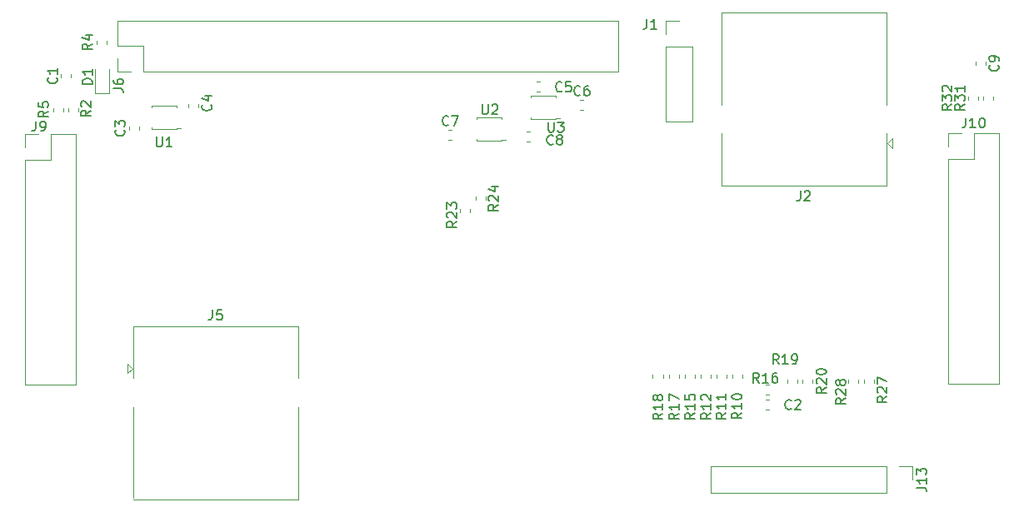
<source format=gbr>
G04 #@! TF.GenerationSoftware,KiCad,Pcbnew,5.1.4+dfsg1-1*
G04 #@! TF.CreationDate,2019-10-28T17:39:09+02:00*
G04 #@! TF.ProjectId,backplane,6261636b-706c-4616-9e65-2e6b69636164,rev?*
G04 #@! TF.SameCoordinates,Original*
G04 #@! TF.FileFunction,Legend,Top*
G04 #@! TF.FilePolarity,Positive*
%FSLAX46Y46*%
G04 Gerber Fmt 4.6, Leading zero omitted, Abs format (unit mm)*
G04 Created by KiCad (PCBNEW 5.1.4+dfsg1-1) date 2019-10-28 17:39:09*
%MOMM*%
%LPD*%
G04 APERTURE LIST*
%ADD10C,0.120000*%
%ADD11C,0.150000*%
G04 APERTURE END LIST*
D10*
X97090000Y-79671267D02*
X97090000Y-79328733D01*
X98110000Y-79671267D02*
X98110000Y-79328733D01*
X155703733Y-107840000D02*
X156046267Y-107840000D01*
X155703733Y-108860000D02*
X156046267Y-108860000D01*
X84072000Y-76282733D02*
X84072000Y-76625267D01*
X85092000Y-76282733D02*
X85092000Y-76625267D01*
X156046267Y-110410000D02*
X155703733Y-110410000D01*
X156046267Y-109390000D02*
X155703733Y-109390000D01*
X92110000Y-81946267D02*
X92110000Y-81603733D01*
X91090000Y-81946267D02*
X91090000Y-81603733D01*
X132428733Y-78060000D02*
X132771267Y-78060000D01*
X132428733Y-77040000D02*
X132771267Y-77040000D01*
X136878733Y-78915000D02*
X137221267Y-78915000D01*
X136878733Y-79935000D02*
X137221267Y-79935000D01*
X123503733Y-82985000D02*
X123846267Y-82985000D01*
X123503733Y-81965000D02*
X123846267Y-81965000D01*
X131428733Y-82115000D02*
X131771267Y-82115000D01*
X131428733Y-83135000D02*
X131771267Y-83135000D01*
X178056000Y-75012733D02*
X178056000Y-75355267D01*
X177036000Y-75012733D02*
X177036000Y-75355267D01*
X87545000Y-75750000D02*
X87545000Y-78210000D01*
X87545000Y-78210000D02*
X89015000Y-78210000D01*
X89015000Y-78210000D02*
X89015000Y-75750000D01*
X168050000Y-70012000D02*
X151250000Y-70012000D01*
X168050000Y-70112000D02*
X168050000Y-79412000D01*
X168050000Y-87612000D02*
X151250000Y-87612000D01*
X151250000Y-87612000D02*
X151250000Y-82312000D01*
X168050000Y-87612000D02*
X168050000Y-82312000D01*
X151250000Y-70012000D02*
X151250000Y-79412000D01*
X168100000Y-83312000D02*
X168600000Y-83812000D01*
X168600000Y-83812000D02*
X168600000Y-82812000D01*
X168600000Y-82812000D02*
X168100000Y-83312000D01*
X90900000Y-106700000D02*
X91400000Y-106200000D01*
X90900000Y-105700000D02*
X90900000Y-106700000D01*
X91400000Y-106200000D02*
X90900000Y-105700000D01*
X108250000Y-119500000D02*
X108250000Y-110100000D01*
X91450000Y-101900000D02*
X91450000Y-107200000D01*
X108250000Y-101900000D02*
X108250000Y-107200000D01*
X91450000Y-101900000D02*
X108250000Y-101900000D01*
X91450000Y-119400000D02*
X91450000Y-110100000D01*
X91450000Y-119500000D02*
X108250000Y-119500000D01*
X140776000Y-76006000D02*
X140776000Y-70806000D01*
X92456000Y-76006000D02*
X140776000Y-76006000D01*
X89856000Y-70806000D02*
X140776000Y-70806000D01*
X92456000Y-76006000D02*
X92456000Y-73406000D01*
X92456000Y-73406000D02*
X89856000Y-73406000D01*
X89856000Y-73406000D02*
X89856000Y-70806000D01*
X91186000Y-76006000D02*
X89856000Y-76006000D01*
X89856000Y-76006000D02*
X89856000Y-74676000D01*
X80470000Y-82350000D02*
X81800000Y-82350000D01*
X80470000Y-83680000D02*
X80470000Y-82350000D01*
X83070000Y-82350000D02*
X85670000Y-82350000D01*
X83070000Y-84950000D02*
X83070000Y-82350000D01*
X80470000Y-84950000D02*
X83070000Y-84950000D01*
X85670000Y-82350000D02*
X85670000Y-107870000D01*
X80470000Y-84950000D02*
X80470000Y-107870000D01*
X80470000Y-107870000D02*
X85670000Y-107870000D01*
X174270000Y-107790000D02*
X179470000Y-107790000D01*
X174270000Y-84870000D02*
X174270000Y-107790000D01*
X179470000Y-82270000D02*
X179470000Y-107790000D01*
X174270000Y-84870000D02*
X176870000Y-84870000D01*
X176870000Y-84870000D02*
X176870000Y-82270000D01*
X176870000Y-82270000D02*
X179470000Y-82270000D01*
X174270000Y-83600000D02*
X174270000Y-82270000D01*
X174270000Y-82270000D02*
X175600000Y-82270000D01*
X150190000Y-116170000D02*
X150190000Y-118830000D01*
X168030000Y-116170000D02*
X150190000Y-116170000D01*
X168030000Y-118830000D02*
X150190000Y-118830000D01*
X168030000Y-116170000D02*
X168030000Y-118830000D01*
X169300000Y-116170000D02*
X170630000Y-116170000D01*
X170630000Y-116170000D02*
X170630000Y-117500000D01*
X85854000Y-80040267D02*
X85854000Y-79697733D01*
X84834000Y-80040267D02*
X84834000Y-79697733D01*
X88790000Y-73181267D02*
X88790000Y-72838733D01*
X87770000Y-73181267D02*
X87770000Y-72838733D01*
X83310000Y-80040267D02*
X83310000Y-79697733D01*
X84330000Y-80040267D02*
X84330000Y-79697733D01*
X153360000Y-106853733D02*
X153360000Y-107196267D01*
X152340000Y-106853733D02*
X152340000Y-107196267D01*
X150740000Y-106853733D02*
X150740000Y-107196267D01*
X151760000Y-106853733D02*
X151760000Y-107196267D01*
X150160000Y-106853733D02*
X150160000Y-107196267D01*
X149140000Y-106853733D02*
X149140000Y-107196267D01*
X147515000Y-106853733D02*
X147515000Y-107196267D01*
X148535000Y-106853733D02*
X148535000Y-107196267D01*
X146910000Y-106853733D02*
X146910000Y-107196267D01*
X145890000Y-106853733D02*
X145890000Y-107196267D01*
X144265000Y-106853733D02*
X144265000Y-107196267D01*
X145285000Y-106853733D02*
X145285000Y-107196267D01*
X157940000Y-107328733D02*
X157940000Y-107671267D01*
X158960000Y-107328733D02*
X158960000Y-107671267D01*
X160510000Y-107328733D02*
X160510000Y-107671267D01*
X159490000Y-107328733D02*
X159490000Y-107671267D01*
X125660000Y-90003733D02*
X125660000Y-90346267D01*
X124640000Y-90003733D02*
X124640000Y-90346267D01*
X127285000Y-89071267D02*
X127285000Y-88728733D01*
X126265000Y-89071267D02*
X126265000Y-88728733D01*
X166710000Y-107676267D02*
X166710000Y-107333733D01*
X165690000Y-107676267D02*
X165690000Y-107333733D01*
X164140000Y-107671267D02*
X164140000Y-107328733D01*
X165160000Y-107671267D02*
X165160000Y-107328733D01*
X178818000Y-78911267D02*
X178818000Y-78568733D01*
X177798000Y-78911267D02*
X177798000Y-78568733D01*
X176274000Y-78911267D02*
X176274000Y-78568733D01*
X177294000Y-78911267D02*
X177294000Y-78568733D01*
X95900000Y-79450000D02*
X95900000Y-79650000D01*
X95900000Y-81750000D02*
X96300000Y-81750000D01*
X95900000Y-81850000D02*
X95900000Y-81750000D01*
X93300000Y-81850000D02*
X95900000Y-81850000D01*
X93300000Y-81650000D02*
X93300000Y-81850000D01*
X93300000Y-79450000D02*
X93300000Y-79650000D01*
X95900000Y-79450000D02*
X93300000Y-79450000D01*
X128925000Y-80675000D02*
X126325000Y-80675000D01*
X126325000Y-80675000D02*
X126325000Y-80875000D01*
X126325000Y-82875000D02*
X126325000Y-83075000D01*
X126325000Y-83075000D02*
X128925000Y-83075000D01*
X128925000Y-83075000D02*
X128925000Y-82975000D01*
X128925000Y-82975000D02*
X129325000Y-82975000D01*
X128925000Y-80675000D02*
X128925000Y-80875000D01*
X134425000Y-78475000D02*
X134425000Y-78675000D01*
X134425000Y-80775000D02*
X134825000Y-80775000D01*
X134425000Y-80875000D02*
X134425000Y-80775000D01*
X131825000Y-80875000D02*
X134425000Y-80875000D01*
X131825000Y-80675000D02*
X131825000Y-80875000D01*
X131825000Y-78475000D02*
X131825000Y-78675000D01*
X134425000Y-78475000D02*
X131825000Y-78475000D01*
X145590000Y-81120000D02*
X148250000Y-81120000D01*
X145590000Y-73440000D02*
X145590000Y-81120000D01*
X148250000Y-73440000D02*
X148250000Y-81120000D01*
X145590000Y-73440000D02*
X148250000Y-73440000D01*
X145590000Y-72170000D02*
X145590000Y-70840000D01*
X145590000Y-70840000D02*
X146920000Y-70840000D01*
D11*
X99357142Y-79366666D02*
X99404761Y-79414285D01*
X99452380Y-79557142D01*
X99452380Y-79652380D01*
X99404761Y-79795238D01*
X99309523Y-79890476D01*
X99214285Y-79938095D01*
X99023809Y-79985714D01*
X98880952Y-79985714D01*
X98690476Y-79938095D01*
X98595238Y-79890476D01*
X98500000Y-79795238D01*
X98452380Y-79652380D01*
X98452380Y-79557142D01*
X98500000Y-79414285D01*
X98547619Y-79366666D01*
X98785714Y-78509523D02*
X99452380Y-78509523D01*
X98404761Y-78747619D02*
X99119047Y-78985714D01*
X99119047Y-78366666D01*
X155057142Y-107652380D02*
X154723809Y-107176190D01*
X154485714Y-107652380D02*
X154485714Y-106652380D01*
X154866666Y-106652380D01*
X154961904Y-106700000D01*
X155009523Y-106747619D01*
X155057142Y-106842857D01*
X155057142Y-106985714D01*
X155009523Y-107080952D01*
X154961904Y-107128571D01*
X154866666Y-107176190D01*
X154485714Y-107176190D01*
X156009523Y-107652380D02*
X155438095Y-107652380D01*
X155723809Y-107652380D02*
X155723809Y-106652380D01*
X155628571Y-106795238D01*
X155533333Y-106890476D01*
X155438095Y-106938095D01*
X156866666Y-106652380D02*
X156676190Y-106652380D01*
X156580952Y-106700000D01*
X156533333Y-106747619D01*
X156438095Y-106890476D01*
X156390476Y-107080952D01*
X156390476Y-107461904D01*
X156438095Y-107557142D01*
X156485714Y-107604761D01*
X156580952Y-107652380D01*
X156771428Y-107652380D01*
X156866666Y-107604761D01*
X156914285Y-107557142D01*
X156961904Y-107461904D01*
X156961904Y-107223809D01*
X156914285Y-107128571D01*
X156866666Y-107080952D01*
X156771428Y-107033333D01*
X156580952Y-107033333D01*
X156485714Y-107080952D01*
X156438095Y-107128571D01*
X156390476Y-107223809D01*
X83657142Y-76620666D02*
X83704761Y-76668285D01*
X83752380Y-76811142D01*
X83752380Y-76906380D01*
X83704761Y-77049238D01*
X83609523Y-77144476D01*
X83514285Y-77192095D01*
X83323809Y-77239714D01*
X83180952Y-77239714D01*
X82990476Y-77192095D01*
X82895238Y-77144476D01*
X82800000Y-77049238D01*
X82752380Y-76906380D01*
X82752380Y-76811142D01*
X82800000Y-76668285D01*
X82847619Y-76620666D01*
X83752380Y-75668285D02*
X83752380Y-76239714D01*
X83752380Y-75954000D02*
X82752380Y-75954000D01*
X82895238Y-76049238D01*
X82990476Y-76144476D01*
X83038095Y-76239714D01*
X158333333Y-110282142D02*
X158285714Y-110329761D01*
X158142857Y-110377380D01*
X158047619Y-110377380D01*
X157904761Y-110329761D01*
X157809523Y-110234523D01*
X157761904Y-110139285D01*
X157714285Y-109948809D01*
X157714285Y-109805952D01*
X157761904Y-109615476D01*
X157809523Y-109520238D01*
X157904761Y-109425000D01*
X158047619Y-109377380D01*
X158142857Y-109377380D01*
X158285714Y-109425000D01*
X158333333Y-109472619D01*
X158714285Y-109472619D02*
X158761904Y-109425000D01*
X158857142Y-109377380D01*
X159095238Y-109377380D01*
X159190476Y-109425000D01*
X159238095Y-109472619D01*
X159285714Y-109567857D01*
X159285714Y-109663095D01*
X159238095Y-109805952D01*
X158666666Y-110377380D01*
X159285714Y-110377380D01*
X90527142Y-81941666D02*
X90574761Y-81989285D01*
X90622380Y-82132142D01*
X90622380Y-82227380D01*
X90574761Y-82370238D01*
X90479523Y-82465476D01*
X90384285Y-82513095D01*
X90193809Y-82560714D01*
X90050952Y-82560714D01*
X89860476Y-82513095D01*
X89765238Y-82465476D01*
X89670000Y-82370238D01*
X89622380Y-82227380D01*
X89622380Y-82132142D01*
X89670000Y-81989285D01*
X89717619Y-81941666D01*
X89622380Y-81608333D02*
X89622380Y-80989285D01*
X90003333Y-81322619D01*
X90003333Y-81179761D01*
X90050952Y-81084523D01*
X90098571Y-81036904D01*
X90193809Y-80989285D01*
X90431904Y-80989285D01*
X90527142Y-81036904D01*
X90574761Y-81084523D01*
X90622380Y-81179761D01*
X90622380Y-81465476D01*
X90574761Y-81560714D01*
X90527142Y-81608333D01*
X135033333Y-77957142D02*
X134985714Y-78004761D01*
X134842857Y-78052380D01*
X134747619Y-78052380D01*
X134604761Y-78004761D01*
X134509523Y-77909523D01*
X134461904Y-77814285D01*
X134414285Y-77623809D01*
X134414285Y-77480952D01*
X134461904Y-77290476D01*
X134509523Y-77195238D01*
X134604761Y-77100000D01*
X134747619Y-77052380D01*
X134842857Y-77052380D01*
X134985714Y-77100000D01*
X135033333Y-77147619D01*
X135938095Y-77052380D02*
X135461904Y-77052380D01*
X135414285Y-77528571D01*
X135461904Y-77480952D01*
X135557142Y-77433333D01*
X135795238Y-77433333D01*
X135890476Y-77480952D01*
X135938095Y-77528571D01*
X135985714Y-77623809D01*
X135985714Y-77861904D01*
X135938095Y-77957142D01*
X135890476Y-78004761D01*
X135795238Y-78052380D01*
X135557142Y-78052380D01*
X135461904Y-78004761D01*
X135414285Y-77957142D01*
X136883333Y-78352142D02*
X136835714Y-78399761D01*
X136692857Y-78447380D01*
X136597619Y-78447380D01*
X136454761Y-78399761D01*
X136359523Y-78304523D01*
X136311904Y-78209285D01*
X136264285Y-78018809D01*
X136264285Y-77875952D01*
X136311904Y-77685476D01*
X136359523Y-77590238D01*
X136454761Y-77495000D01*
X136597619Y-77447380D01*
X136692857Y-77447380D01*
X136835714Y-77495000D01*
X136883333Y-77542619D01*
X137740476Y-77447380D02*
X137550000Y-77447380D01*
X137454761Y-77495000D01*
X137407142Y-77542619D01*
X137311904Y-77685476D01*
X137264285Y-77875952D01*
X137264285Y-78256904D01*
X137311904Y-78352142D01*
X137359523Y-78399761D01*
X137454761Y-78447380D01*
X137645238Y-78447380D01*
X137740476Y-78399761D01*
X137788095Y-78352142D01*
X137835714Y-78256904D01*
X137835714Y-78018809D01*
X137788095Y-77923571D01*
X137740476Y-77875952D01*
X137645238Y-77828333D01*
X137454761Y-77828333D01*
X137359523Y-77875952D01*
X137311904Y-77923571D01*
X137264285Y-78018809D01*
X123508333Y-81402142D02*
X123460714Y-81449761D01*
X123317857Y-81497380D01*
X123222619Y-81497380D01*
X123079761Y-81449761D01*
X122984523Y-81354523D01*
X122936904Y-81259285D01*
X122889285Y-81068809D01*
X122889285Y-80925952D01*
X122936904Y-80735476D01*
X122984523Y-80640238D01*
X123079761Y-80545000D01*
X123222619Y-80497380D01*
X123317857Y-80497380D01*
X123460714Y-80545000D01*
X123508333Y-80592619D01*
X123841666Y-80497380D02*
X124508333Y-80497380D01*
X124079761Y-81497380D01*
X134133333Y-83357142D02*
X134085714Y-83404761D01*
X133942857Y-83452380D01*
X133847619Y-83452380D01*
X133704761Y-83404761D01*
X133609523Y-83309523D01*
X133561904Y-83214285D01*
X133514285Y-83023809D01*
X133514285Y-82880952D01*
X133561904Y-82690476D01*
X133609523Y-82595238D01*
X133704761Y-82500000D01*
X133847619Y-82452380D01*
X133942857Y-82452380D01*
X134085714Y-82500000D01*
X134133333Y-82547619D01*
X134704761Y-82880952D02*
X134609523Y-82833333D01*
X134561904Y-82785714D01*
X134514285Y-82690476D01*
X134514285Y-82642857D01*
X134561904Y-82547619D01*
X134609523Y-82500000D01*
X134704761Y-82452380D01*
X134895238Y-82452380D01*
X134990476Y-82500000D01*
X135038095Y-82547619D01*
X135085714Y-82642857D01*
X135085714Y-82690476D01*
X135038095Y-82785714D01*
X134990476Y-82833333D01*
X134895238Y-82880952D01*
X134704761Y-82880952D01*
X134609523Y-82928571D01*
X134561904Y-82976190D01*
X134514285Y-83071428D01*
X134514285Y-83261904D01*
X134561904Y-83357142D01*
X134609523Y-83404761D01*
X134704761Y-83452380D01*
X134895238Y-83452380D01*
X134990476Y-83404761D01*
X135038095Y-83357142D01*
X135085714Y-83261904D01*
X135085714Y-83071428D01*
X135038095Y-82976190D01*
X134990476Y-82928571D01*
X134895238Y-82880952D01*
X179333142Y-75350666D02*
X179380761Y-75398285D01*
X179428380Y-75541142D01*
X179428380Y-75636380D01*
X179380761Y-75779238D01*
X179285523Y-75874476D01*
X179190285Y-75922095D01*
X178999809Y-75969714D01*
X178856952Y-75969714D01*
X178666476Y-75922095D01*
X178571238Y-75874476D01*
X178476000Y-75779238D01*
X178428380Y-75636380D01*
X178428380Y-75541142D01*
X178476000Y-75398285D01*
X178523619Y-75350666D01*
X179428380Y-74874476D02*
X179428380Y-74684000D01*
X179380761Y-74588761D01*
X179333142Y-74541142D01*
X179190285Y-74445904D01*
X178999809Y-74398285D01*
X178618857Y-74398285D01*
X178523619Y-74445904D01*
X178476000Y-74493523D01*
X178428380Y-74588761D01*
X178428380Y-74779238D01*
X178476000Y-74874476D01*
X178523619Y-74922095D01*
X178618857Y-74969714D01*
X178856952Y-74969714D01*
X178952190Y-74922095D01*
X178999809Y-74874476D01*
X179047428Y-74779238D01*
X179047428Y-74588761D01*
X178999809Y-74493523D01*
X178952190Y-74445904D01*
X178856952Y-74398285D01*
X87302380Y-77288095D02*
X86302380Y-77288095D01*
X86302380Y-77050000D01*
X86350000Y-76907142D01*
X86445238Y-76811904D01*
X86540476Y-76764285D01*
X86730952Y-76716666D01*
X86873809Y-76716666D01*
X87064285Y-76764285D01*
X87159523Y-76811904D01*
X87254761Y-76907142D01*
X87302380Y-77050000D01*
X87302380Y-77288095D01*
X87302380Y-75764285D02*
X87302380Y-76335714D01*
X87302380Y-76050000D02*
X86302380Y-76050000D01*
X86445238Y-76145238D01*
X86540476Y-76240476D01*
X86588095Y-76335714D01*
X159266666Y-88152380D02*
X159266666Y-88866666D01*
X159219047Y-89009523D01*
X159123809Y-89104761D01*
X158980952Y-89152380D01*
X158885714Y-89152380D01*
X159695238Y-88247619D02*
X159742857Y-88200000D01*
X159838095Y-88152380D01*
X160076190Y-88152380D01*
X160171428Y-88200000D01*
X160219047Y-88247619D01*
X160266666Y-88342857D01*
X160266666Y-88438095D01*
X160219047Y-88580952D01*
X159647619Y-89152380D01*
X160266666Y-89152380D01*
X99511666Y-100252380D02*
X99511666Y-100966666D01*
X99464047Y-101109523D01*
X99368809Y-101204761D01*
X99225952Y-101252380D01*
X99130714Y-101252380D01*
X100464047Y-100252380D02*
X99987857Y-100252380D01*
X99940238Y-100728571D01*
X99987857Y-100680952D01*
X100083095Y-100633333D01*
X100321190Y-100633333D01*
X100416428Y-100680952D01*
X100464047Y-100728571D01*
X100511666Y-100823809D01*
X100511666Y-101061904D01*
X100464047Y-101157142D01*
X100416428Y-101204761D01*
X100321190Y-101252380D01*
X100083095Y-101252380D01*
X99987857Y-101204761D01*
X99940238Y-101157142D01*
X89452380Y-77733333D02*
X90166666Y-77733333D01*
X90309523Y-77780952D01*
X90404761Y-77876190D01*
X90452380Y-78019047D01*
X90452380Y-78114285D01*
X89452380Y-76828571D02*
X89452380Y-77019047D01*
X89500000Y-77114285D01*
X89547619Y-77161904D01*
X89690476Y-77257142D01*
X89880952Y-77304761D01*
X90261904Y-77304761D01*
X90357142Y-77257142D01*
X90404761Y-77209523D01*
X90452380Y-77114285D01*
X90452380Y-76923809D01*
X90404761Y-76828571D01*
X90357142Y-76780952D01*
X90261904Y-76733333D01*
X90023809Y-76733333D01*
X89928571Y-76780952D01*
X89880952Y-76828571D01*
X89833333Y-76923809D01*
X89833333Y-77114285D01*
X89880952Y-77209523D01*
X89928571Y-77257142D01*
X90023809Y-77304761D01*
X81566666Y-81052380D02*
X81566666Y-81766666D01*
X81519047Y-81909523D01*
X81423809Y-82004761D01*
X81280952Y-82052380D01*
X81185714Y-82052380D01*
X82090476Y-82052380D02*
X82280952Y-82052380D01*
X82376190Y-82004761D01*
X82423809Y-81957142D01*
X82519047Y-81814285D01*
X82566666Y-81623809D01*
X82566666Y-81242857D01*
X82519047Y-81147619D01*
X82471428Y-81100000D01*
X82376190Y-81052380D01*
X82185714Y-81052380D01*
X82090476Y-81100000D01*
X82042857Y-81147619D01*
X81995238Y-81242857D01*
X81995238Y-81480952D01*
X82042857Y-81576190D01*
X82090476Y-81623809D01*
X82185714Y-81671428D01*
X82376190Y-81671428D01*
X82471428Y-81623809D01*
X82519047Y-81576190D01*
X82566666Y-81480952D01*
X176060476Y-80722380D02*
X176060476Y-81436666D01*
X176012857Y-81579523D01*
X175917619Y-81674761D01*
X175774761Y-81722380D01*
X175679523Y-81722380D01*
X177060476Y-81722380D02*
X176489047Y-81722380D01*
X176774761Y-81722380D02*
X176774761Y-80722380D01*
X176679523Y-80865238D01*
X176584285Y-80960476D01*
X176489047Y-81008095D01*
X177679523Y-80722380D02*
X177774761Y-80722380D01*
X177870000Y-80770000D01*
X177917619Y-80817619D01*
X177965238Y-80912857D01*
X178012857Y-81103333D01*
X178012857Y-81341428D01*
X177965238Y-81531904D01*
X177917619Y-81627142D01*
X177870000Y-81674761D01*
X177774761Y-81722380D01*
X177679523Y-81722380D01*
X177584285Y-81674761D01*
X177536666Y-81627142D01*
X177489047Y-81531904D01*
X177441428Y-81341428D01*
X177441428Y-81103333D01*
X177489047Y-80912857D01*
X177536666Y-80817619D01*
X177584285Y-80770000D01*
X177679523Y-80722380D01*
X171082380Y-118309523D02*
X171796666Y-118309523D01*
X171939523Y-118357142D01*
X172034761Y-118452380D01*
X172082380Y-118595238D01*
X172082380Y-118690476D01*
X172082380Y-117309523D02*
X172082380Y-117880952D01*
X172082380Y-117595238D02*
X171082380Y-117595238D01*
X171225238Y-117690476D01*
X171320476Y-117785714D01*
X171368095Y-117880952D01*
X171082380Y-116976190D02*
X171082380Y-116357142D01*
X171463333Y-116690476D01*
X171463333Y-116547619D01*
X171510952Y-116452380D01*
X171558571Y-116404761D01*
X171653809Y-116357142D01*
X171891904Y-116357142D01*
X171987142Y-116404761D01*
X172034761Y-116452380D01*
X172082380Y-116547619D01*
X172082380Y-116833333D01*
X172034761Y-116928571D01*
X171987142Y-116976190D01*
X87152380Y-79966666D02*
X86676190Y-80300000D01*
X87152380Y-80538095D02*
X86152380Y-80538095D01*
X86152380Y-80157142D01*
X86200000Y-80061904D01*
X86247619Y-80014285D01*
X86342857Y-79966666D01*
X86485714Y-79966666D01*
X86580952Y-80014285D01*
X86628571Y-80061904D01*
X86676190Y-80157142D01*
X86676190Y-80538095D01*
X86247619Y-79585714D02*
X86200000Y-79538095D01*
X86152380Y-79442857D01*
X86152380Y-79204761D01*
X86200000Y-79109523D01*
X86247619Y-79061904D01*
X86342857Y-79014285D01*
X86438095Y-79014285D01*
X86580952Y-79061904D01*
X87152380Y-79633333D01*
X87152380Y-79014285D01*
X87302380Y-73176666D02*
X86826190Y-73510000D01*
X87302380Y-73748095D02*
X86302380Y-73748095D01*
X86302380Y-73367142D01*
X86350000Y-73271904D01*
X86397619Y-73224285D01*
X86492857Y-73176666D01*
X86635714Y-73176666D01*
X86730952Y-73224285D01*
X86778571Y-73271904D01*
X86826190Y-73367142D01*
X86826190Y-73748095D01*
X86635714Y-72319523D02*
X87302380Y-72319523D01*
X86254761Y-72557619D02*
X86969047Y-72795714D01*
X86969047Y-72176666D01*
X82842380Y-80035666D02*
X82366190Y-80369000D01*
X82842380Y-80607095D02*
X81842380Y-80607095D01*
X81842380Y-80226142D01*
X81890000Y-80130904D01*
X81937619Y-80083285D01*
X82032857Y-80035666D01*
X82175714Y-80035666D01*
X82270952Y-80083285D01*
X82318571Y-80130904D01*
X82366190Y-80226142D01*
X82366190Y-80607095D01*
X81842380Y-79130904D02*
X81842380Y-79607095D01*
X82318571Y-79654714D01*
X82270952Y-79607095D01*
X82223333Y-79511857D01*
X82223333Y-79273761D01*
X82270952Y-79178523D01*
X82318571Y-79130904D01*
X82413809Y-79083285D01*
X82651904Y-79083285D01*
X82747142Y-79130904D01*
X82794761Y-79178523D01*
X82842380Y-79273761D01*
X82842380Y-79511857D01*
X82794761Y-79607095D01*
X82747142Y-79654714D01*
X153302380Y-110692857D02*
X152826190Y-111026190D01*
X153302380Y-111264285D02*
X152302380Y-111264285D01*
X152302380Y-110883333D01*
X152350000Y-110788095D01*
X152397619Y-110740476D01*
X152492857Y-110692857D01*
X152635714Y-110692857D01*
X152730952Y-110740476D01*
X152778571Y-110788095D01*
X152826190Y-110883333D01*
X152826190Y-111264285D01*
X153302380Y-109740476D02*
X153302380Y-110311904D01*
X153302380Y-110026190D02*
X152302380Y-110026190D01*
X152445238Y-110121428D01*
X152540476Y-110216666D01*
X152588095Y-110311904D01*
X152302380Y-109121428D02*
X152302380Y-109026190D01*
X152350000Y-108930952D01*
X152397619Y-108883333D01*
X152492857Y-108835714D01*
X152683333Y-108788095D01*
X152921428Y-108788095D01*
X153111904Y-108835714D01*
X153207142Y-108883333D01*
X153254761Y-108930952D01*
X153302380Y-109026190D01*
X153302380Y-109121428D01*
X153254761Y-109216666D01*
X153207142Y-109264285D01*
X153111904Y-109311904D01*
X152921428Y-109359523D01*
X152683333Y-109359523D01*
X152492857Y-109311904D01*
X152397619Y-109264285D01*
X152350000Y-109216666D01*
X152302380Y-109121428D01*
X151702380Y-110717857D02*
X151226190Y-111051190D01*
X151702380Y-111289285D02*
X150702380Y-111289285D01*
X150702380Y-110908333D01*
X150750000Y-110813095D01*
X150797619Y-110765476D01*
X150892857Y-110717857D01*
X151035714Y-110717857D01*
X151130952Y-110765476D01*
X151178571Y-110813095D01*
X151226190Y-110908333D01*
X151226190Y-111289285D01*
X151702380Y-109765476D02*
X151702380Y-110336904D01*
X151702380Y-110051190D02*
X150702380Y-110051190D01*
X150845238Y-110146428D01*
X150940476Y-110241666D01*
X150988095Y-110336904D01*
X151702380Y-108813095D02*
X151702380Y-109384523D01*
X151702380Y-109098809D02*
X150702380Y-109098809D01*
X150845238Y-109194047D01*
X150940476Y-109289285D01*
X150988095Y-109384523D01*
X150177380Y-110742857D02*
X149701190Y-111076190D01*
X150177380Y-111314285D02*
X149177380Y-111314285D01*
X149177380Y-110933333D01*
X149225000Y-110838095D01*
X149272619Y-110790476D01*
X149367857Y-110742857D01*
X149510714Y-110742857D01*
X149605952Y-110790476D01*
X149653571Y-110838095D01*
X149701190Y-110933333D01*
X149701190Y-111314285D01*
X150177380Y-109790476D02*
X150177380Y-110361904D01*
X150177380Y-110076190D02*
X149177380Y-110076190D01*
X149320238Y-110171428D01*
X149415476Y-110266666D01*
X149463095Y-110361904D01*
X149272619Y-109409523D02*
X149225000Y-109361904D01*
X149177380Y-109266666D01*
X149177380Y-109028571D01*
X149225000Y-108933333D01*
X149272619Y-108885714D01*
X149367857Y-108838095D01*
X149463095Y-108838095D01*
X149605952Y-108885714D01*
X150177380Y-109457142D01*
X150177380Y-108838095D01*
X148552380Y-110742857D02*
X148076190Y-111076190D01*
X148552380Y-111314285D02*
X147552380Y-111314285D01*
X147552380Y-110933333D01*
X147600000Y-110838095D01*
X147647619Y-110790476D01*
X147742857Y-110742857D01*
X147885714Y-110742857D01*
X147980952Y-110790476D01*
X148028571Y-110838095D01*
X148076190Y-110933333D01*
X148076190Y-111314285D01*
X148552380Y-109790476D02*
X148552380Y-110361904D01*
X148552380Y-110076190D02*
X147552380Y-110076190D01*
X147695238Y-110171428D01*
X147790476Y-110266666D01*
X147838095Y-110361904D01*
X147552380Y-108885714D02*
X147552380Y-109361904D01*
X148028571Y-109409523D01*
X147980952Y-109361904D01*
X147933333Y-109266666D01*
X147933333Y-109028571D01*
X147980952Y-108933333D01*
X148028571Y-108885714D01*
X148123809Y-108838095D01*
X148361904Y-108838095D01*
X148457142Y-108885714D01*
X148504761Y-108933333D01*
X148552380Y-109028571D01*
X148552380Y-109266666D01*
X148504761Y-109361904D01*
X148457142Y-109409523D01*
X146902380Y-110767857D02*
X146426190Y-111101190D01*
X146902380Y-111339285D02*
X145902380Y-111339285D01*
X145902380Y-110958333D01*
X145950000Y-110863095D01*
X145997619Y-110815476D01*
X146092857Y-110767857D01*
X146235714Y-110767857D01*
X146330952Y-110815476D01*
X146378571Y-110863095D01*
X146426190Y-110958333D01*
X146426190Y-111339285D01*
X146902380Y-109815476D02*
X146902380Y-110386904D01*
X146902380Y-110101190D02*
X145902380Y-110101190D01*
X146045238Y-110196428D01*
X146140476Y-110291666D01*
X146188095Y-110386904D01*
X145902380Y-109482142D02*
X145902380Y-108815476D01*
X146902380Y-109244047D01*
X145277380Y-110767857D02*
X144801190Y-111101190D01*
X145277380Y-111339285D02*
X144277380Y-111339285D01*
X144277380Y-110958333D01*
X144325000Y-110863095D01*
X144372619Y-110815476D01*
X144467857Y-110767857D01*
X144610714Y-110767857D01*
X144705952Y-110815476D01*
X144753571Y-110863095D01*
X144801190Y-110958333D01*
X144801190Y-111339285D01*
X145277380Y-109815476D02*
X145277380Y-110386904D01*
X145277380Y-110101190D02*
X144277380Y-110101190D01*
X144420238Y-110196428D01*
X144515476Y-110291666D01*
X144563095Y-110386904D01*
X144705952Y-109244047D02*
X144658333Y-109339285D01*
X144610714Y-109386904D01*
X144515476Y-109434523D01*
X144467857Y-109434523D01*
X144372619Y-109386904D01*
X144325000Y-109339285D01*
X144277380Y-109244047D01*
X144277380Y-109053571D01*
X144325000Y-108958333D01*
X144372619Y-108910714D01*
X144467857Y-108863095D01*
X144515476Y-108863095D01*
X144610714Y-108910714D01*
X144658333Y-108958333D01*
X144705952Y-109053571D01*
X144705952Y-109244047D01*
X144753571Y-109339285D01*
X144801190Y-109386904D01*
X144896428Y-109434523D01*
X145086904Y-109434523D01*
X145182142Y-109386904D01*
X145229761Y-109339285D01*
X145277380Y-109244047D01*
X145277380Y-109053571D01*
X145229761Y-108958333D01*
X145182142Y-108910714D01*
X145086904Y-108863095D01*
X144896428Y-108863095D01*
X144801190Y-108910714D01*
X144753571Y-108958333D01*
X144705952Y-109053571D01*
X157057142Y-105752380D02*
X156723809Y-105276190D01*
X156485714Y-105752380D02*
X156485714Y-104752380D01*
X156866666Y-104752380D01*
X156961904Y-104800000D01*
X157009523Y-104847619D01*
X157057142Y-104942857D01*
X157057142Y-105085714D01*
X157009523Y-105180952D01*
X156961904Y-105228571D01*
X156866666Y-105276190D01*
X156485714Y-105276190D01*
X158009523Y-105752380D02*
X157438095Y-105752380D01*
X157723809Y-105752380D02*
X157723809Y-104752380D01*
X157628571Y-104895238D01*
X157533333Y-104990476D01*
X157438095Y-105038095D01*
X158485714Y-105752380D02*
X158676190Y-105752380D01*
X158771428Y-105704761D01*
X158819047Y-105657142D01*
X158914285Y-105514285D01*
X158961904Y-105323809D01*
X158961904Y-104942857D01*
X158914285Y-104847619D01*
X158866666Y-104800000D01*
X158771428Y-104752380D01*
X158580952Y-104752380D01*
X158485714Y-104800000D01*
X158438095Y-104847619D01*
X158390476Y-104942857D01*
X158390476Y-105180952D01*
X158438095Y-105276190D01*
X158485714Y-105323809D01*
X158580952Y-105371428D01*
X158771428Y-105371428D01*
X158866666Y-105323809D01*
X158914285Y-105276190D01*
X158961904Y-105180952D01*
X161882380Y-108142857D02*
X161406190Y-108476190D01*
X161882380Y-108714285D02*
X160882380Y-108714285D01*
X160882380Y-108333333D01*
X160930000Y-108238095D01*
X160977619Y-108190476D01*
X161072857Y-108142857D01*
X161215714Y-108142857D01*
X161310952Y-108190476D01*
X161358571Y-108238095D01*
X161406190Y-108333333D01*
X161406190Y-108714285D01*
X160977619Y-107761904D02*
X160930000Y-107714285D01*
X160882380Y-107619047D01*
X160882380Y-107380952D01*
X160930000Y-107285714D01*
X160977619Y-107238095D01*
X161072857Y-107190476D01*
X161168095Y-107190476D01*
X161310952Y-107238095D01*
X161882380Y-107809523D01*
X161882380Y-107190476D01*
X160882380Y-106571428D02*
X160882380Y-106476190D01*
X160930000Y-106380952D01*
X160977619Y-106333333D01*
X161072857Y-106285714D01*
X161263333Y-106238095D01*
X161501428Y-106238095D01*
X161691904Y-106285714D01*
X161787142Y-106333333D01*
X161834761Y-106380952D01*
X161882380Y-106476190D01*
X161882380Y-106571428D01*
X161834761Y-106666666D01*
X161787142Y-106714285D01*
X161691904Y-106761904D01*
X161501428Y-106809523D01*
X161263333Y-106809523D01*
X161072857Y-106761904D01*
X160977619Y-106714285D01*
X160930000Y-106666666D01*
X160882380Y-106571428D01*
X124352380Y-91242857D02*
X123876190Y-91576190D01*
X124352380Y-91814285D02*
X123352380Y-91814285D01*
X123352380Y-91433333D01*
X123400000Y-91338095D01*
X123447619Y-91290476D01*
X123542857Y-91242857D01*
X123685714Y-91242857D01*
X123780952Y-91290476D01*
X123828571Y-91338095D01*
X123876190Y-91433333D01*
X123876190Y-91814285D01*
X123447619Y-90861904D02*
X123400000Y-90814285D01*
X123352380Y-90719047D01*
X123352380Y-90480952D01*
X123400000Y-90385714D01*
X123447619Y-90338095D01*
X123542857Y-90290476D01*
X123638095Y-90290476D01*
X123780952Y-90338095D01*
X124352380Y-90909523D01*
X124352380Y-90290476D01*
X123352380Y-89957142D02*
X123352380Y-89338095D01*
X123733333Y-89671428D01*
X123733333Y-89528571D01*
X123780952Y-89433333D01*
X123828571Y-89385714D01*
X123923809Y-89338095D01*
X124161904Y-89338095D01*
X124257142Y-89385714D01*
X124304761Y-89433333D01*
X124352380Y-89528571D01*
X124352380Y-89814285D01*
X124304761Y-89909523D01*
X124257142Y-89957142D01*
X128552380Y-89542857D02*
X128076190Y-89876190D01*
X128552380Y-90114285D02*
X127552380Y-90114285D01*
X127552380Y-89733333D01*
X127600000Y-89638095D01*
X127647619Y-89590476D01*
X127742857Y-89542857D01*
X127885714Y-89542857D01*
X127980952Y-89590476D01*
X128028571Y-89638095D01*
X128076190Y-89733333D01*
X128076190Y-90114285D01*
X127647619Y-89161904D02*
X127600000Y-89114285D01*
X127552380Y-89019047D01*
X127552380Y-88780952D01*
X127600000Y-88685714D01*
X127647619Y-88638095D01*
X127742857Y-88590476D01*
X127838095Y-88590476D01*
X127980952Y-88638095D01*
X128552380Y-89209523D01*
X128552380Y-88590476D01*
X127885714Y-87733333D02*
X128552380Y-87733333D01*
X127504761Y-87971428D02*
X128219047Y-88209523D01*
X128219047Y-87590476D01*
X168052380Y-109042857D02*
X167576190Y-109376190D01*
X168052380Y-109614285D02*
X167052380Y-109614285D01*
X167052380Y-109233333D01*
X167100000Y-109138095D01*
X167147619Y-109090476D01*
X167242857Y-109042857D01*
X167385714Y-109042857D01*
X167480952Y-109090476D01*
X167528571Y-109138095D01*
X167576190Y-109233333D01*
X167576190Y-109614285D01*
X167147619Y-108661904D02*
X167100000Y-108614285D01*
X167052380Y-108519047D01*
X167052380Y-108280952D01*
X167100000Y-108185714D01*
X167147619Y-108138095D01*
X167242857Y-108090476D01*
X167338095Y-108090476D01*
X167480952Y-108138095D01*
X168052380Y-108709523D01*
X168052380Y-108090476D01*
X167052380Y-107757142D02*
X167052380Y-107090476D01*
X168052380Y-107519047D01*
X163852380Y-109242857D02*
X163376190Y-109576190D01*
X163852380Y-109814285D02*
X162852380Y-109814285D01*
X162852380Y-109433333D01*
X162900000Y-109338095D01*
X162947619Y-109290476D01*
X163042857Y-109242857D01*
X163185714Y-109242857D01*
X163280952Y-109290476D01*
X163328571Y-109338095D01*
X163376190Y-109433333D01*
X163376190Y-109814285D01*
X162947619Y-108861904D02*
X162900000Y-108814285D01*
X162852380Y-108719047D01*
X162852380Y-108480952D01*
X162900000Y-108385714D01*
X162947619Y-108338095D01*
X163042857Y-108290476D01*
X163138095Y-108290476D01*
X163280952Y-108338095D01*
X163852380Y-108909523D01*
X163852380Y-108290476D01*
X163280952Y-107719047D02*
X163233333Y-107814285D01*
X163185714Y-107861904D01*
X163090476Y-107909523D01*
X163042857Y-107909523D01*
X162947619Y-107861904D01*
X162900000Y-107814285D01*
X162852380Y-107719047D01*
X162852380Y-107528571D01*
X162900000Y-107433333D01*
X162947619Y-107385714D01*
X163042857Y-107338095D01*
X163090476Y-107338095D01*
X163185714Y-107385714D01*
X163233333Y-107433333D01*
X163280952Y-107528571D01*
X163280952Y-107719047D01*
X163328571Y-107814285D01*
X163376190Y-107861904D01*
X163471428Y-107909523D01*
X163661904Y-107909523D01*
X163757142Y-107861904D01*
X163804761Y-107814285D01*
X163852380Y-107719047D01*
X163852380Y-107528571D01*
X163804761Y-107433333D01*
X163757142Y-107385714D01*
X163661904Y-107338095D01*
X163471428Y-107338095D01*
X163376190Y-107385714D01*
X163328571Y-107433333D01*
X163280952Y-107528571D01*
X175952380Y-79342857D02*
X175476190Y-79676190D01*
X175952380Y-79914285D02*
X174952380Y-79914285D01*
X174952380Y-79533333D01*
X175000000Y-79438095D01*
X175047619Y-79390476D01*
X175142857Y-79342857D01*
X175285714Y-79342857D01*
X175380952Y-79390476D01*
X175428571Y-79438095D01*
X175476190Y-79533333D01*
X175476190Y-79914285D01*
X174952380Y-79009523D02*
X174952380Y-78390476D01*
X175333333Y-78723809D01*
X175333333Y-78580952D01*
X175380952Y-78485714D01*
X175428571Y-78438095D01*
X175523809Y-78390476D01*
X175761904Y-78390476D01*
X175857142Y-78438095D01*
X175904761Y-78485714D01*
X175952380Y-78580952D01*
X175952380Y-78866666D01*
X175904761Y-78961904D01*
X175857142Y-79009523D01*
X175952380Y-77438095D02*
X175952380Y-78009523D01*
X175952380Y-77723809D02*
X174952380Y-77723809D01*
X175095238Y-77819047D01*
X175190476Y-77914285D01*
X175238095Y-78009523D01*
X174652380Y-79342857D02*
X174176190Y-79676190D01*
X174652380Y-79914285D02*
X173652380Y-79914285D01*
X173652380Y-79533333D01*
X173700000Y-79438095D01*
X173747619Y-79390476D01*
X173842857Y-79342857D01*
X173985714Y-79342857D01*
X174080952Y-79390476D01*
X174128571Y-79438095D01*
X174176190Y-79533333D01*
X174176190Y-79914285D01*
X173652380Y-79009523D02*
X173652380Y-78390476D01*
X174033333Y-78723809D01*
X174033333Y-78580952D01*
X174080952Y-78485714D01*
X174128571Y-78438095D01*
X174223809Y-78390476D01*
X174461904Y-78390476D01*
X174557142Y-78438095D01*
X174604761Y-78485714D01*
X174652380Y-78580952D01*
X174652380Y-78866666D01*
X174604761Y-78961904D01*
X174557142Y-79009523D01*
X173747619Y-78009523D02*
X173700000Y-77961904D01*
X173652380Y-77866666D01*
X173652380Y-77628571D01*
X173700000Y-77533333D01*
X173747619Y-77485714D01*
X173842857Y-77438095D01*
X173938095Y-77438095D01*
X174080952Y-77485714D01*
X174652380Y-78057142D01*
X174652380Y-77438095D01*
X93838095Y-82642380D02*
X93838095Y-83451904D01*
X93885714Y-83547142D01*
X93933333Y-83594761D01*
X94028571Y-83642380D01*
X94219047Y-83642380D01*
X94314285Y-83594761D01*
X94361904Y-83547142D01*
X94409523Y-83451904D01*
X94409523Y-82642380D01*
X95409523Y-83642380D02*
X94838095Y-83642380D01*
X95123809Y-83642380D02*
X95123809Y-82642380D01*
X95028571Y-82785238D01*
X94933333Y-82880476D01*
X94838095Y-82928095D01*
X126938095Y-79352380D02*
X126938095Y-80161904D01*
X126985714Y-80257142D01*
X127033333Y-80304761D01*
X127128571Y-80352380D01*
X127319047Y-80352380D01*
X127414285Y-80304761D01*
X127461904Y-80257142D01*
X127509523Y-80161904D01*
X127509523Y-79352380D01*
X127938095Y-79447619D02*
X127985714Y-79400000D01*
X128080952Y-79352380D01*
X128319047Y-79352380D01*
X128414285Y-79400000D01*
X128461904Y-79447619D01*
X128509523Y-79542857D01*
X128509523Y-79638095D01*
X128461904Y-79780952D01*
X127890476Y-80352380D01*
X128509523Y-80352380D01*
X133638095Y-81152380D02*
X133638095Y-81961904D01*
X133685714Y-82057142D01*
X133733333Y-82104761D01*
X133828571Y-82152380D01*
X134019047Y-82152380D01*
X134114285Y-82104761D01*
X134161904Y-82057142D01*
X134209523Y-81961904D01*
X134209523Y-81152380D01*
X134590476Y-81152380D02*
X135209523Y-81152380D01*
X134876190Y-81533333D01*
X135019047Y-81533333D01*
X135114285Y-81580952D01*
X135161904Y-81628571D01*
X135209523Y-81723809D01*
X135209523Y-81961904D01*
X135161904Y-82057142D01*
X135114285Y-82104761D01*
X135019047Y-82152380D01*
X134733333Y-82152380D01*
X134638095Y-82104761D01*
X134590476Y-82057142D01*
X143666666Y-70652380D02*
X143666666Y-71366666D01*
X143619047Y-71509523D01*
X143523809Y-71604761D01*
X143380952Y-71652380D01*
X143285714Y-71652380D01*
X144666666Y-71652380D02*
X144095238Y-71652380D01*
X144380952Y-71652380D02*
X144380952Y-70652380D01*
X144285714Y-70795238D01*
X144190476Y-70890476D01*
X144095238Y-70938095D01*
M02*

</source>
